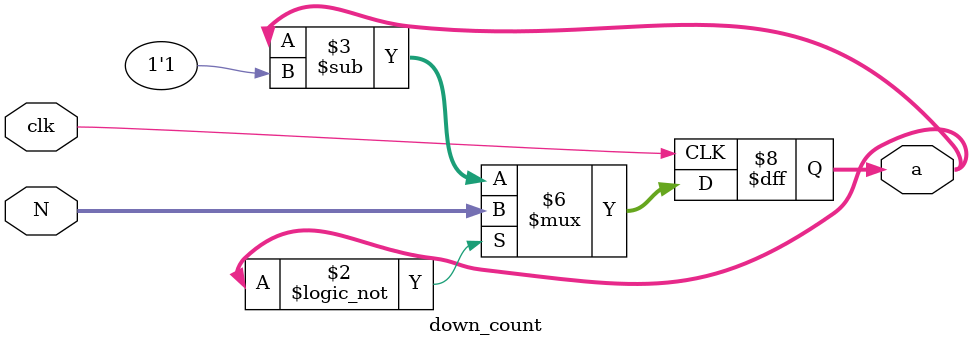
<source format=v>
`timescale 1ns / 1ps

module down_count(a, clk, N);
    input clk;
    input [3:0] N;
    output reg [3:0] a;

    initial a = 4'b0000;

    always @(negedge clk)
    begin
        if (a == 4'b0000)
            a <= N;
        else
            a <= a - 1'b1;
    end
endmodule

</source>
